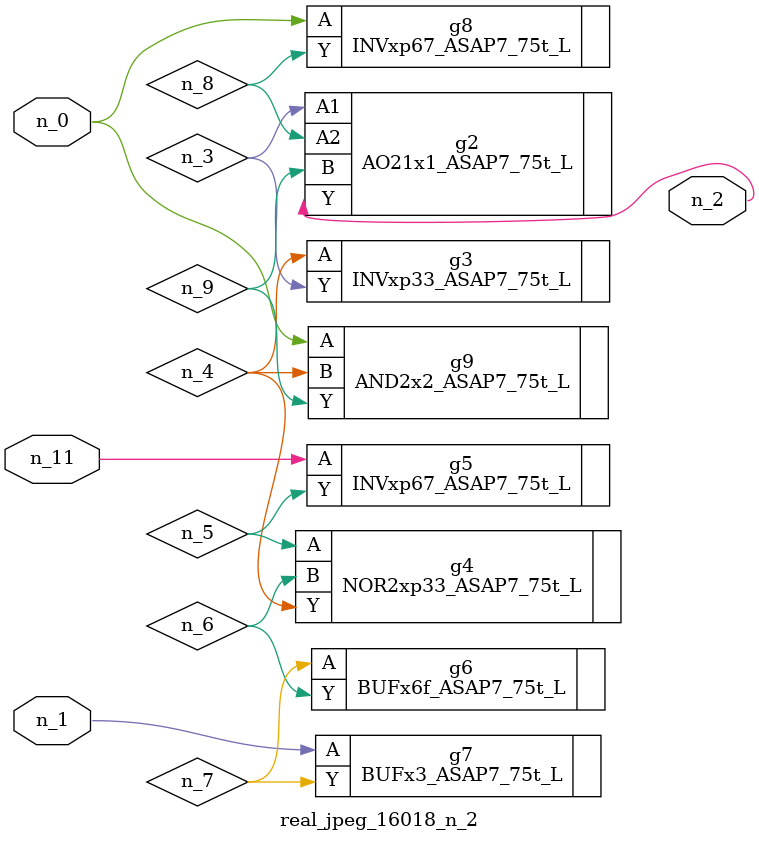
<source format=v>
module real_jpeg_16018_n_2 (n_1, n_11, n_0, n_2);

input n_1;
input n_11;
input n_0;

output n_2;

wire n_5;
wire n_8;
wire n_4;
wire n_6;
wire n_7;
wire n_3;
wire n_9;

INVxp67_ASAP7_75t_L g8 ( 
.A(n_0),
.Y(n_8)
);

AND2x2_ASAP7_75t_L g9 ( 
.A(n_0),
.B(n_4),
.Y(n_9)
);

BUFx3_ASAP7_75t_L g7 ( 
.A(n_1),
.Y(n_7)
);

AO21x1_ASAP7_75t_L g2 ( 
.A1(n_3),
.A2(n_8),
.B(n_9),
.Y(n_2)
);

INVxp33_ASAP7_75t_L g3 ( 
.A(n_4),
.Y(n_3)
);

NOR2xp33_ASAP7_75t_L g4 ( 
.A(n_5),
.B(n_6),
.Y(n_4)
);

BUFx6f_ASAP7_75t_L g6 ( 
.A(n_7),
.Y(n_6)
);

INVxp67_ASAP7_75t_L g5 ( 
.A(n_11),
.Y(n_5)
);


endmodule
</source>
